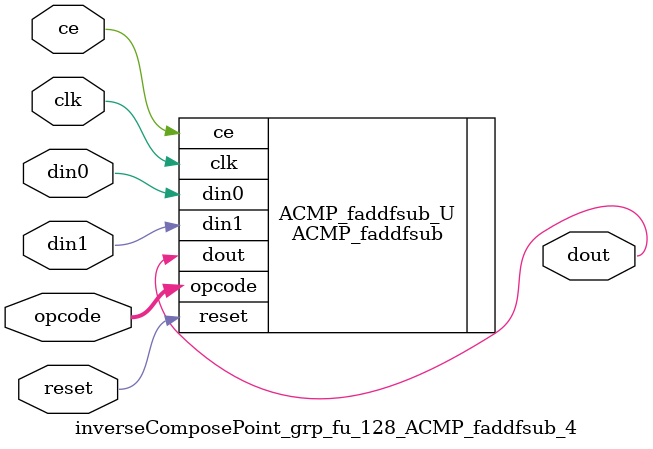
<source format=v>

`timescale 1 ns / 1 ps
module inverseComposePoint_grp_fu_128_ACMP_faddfsub_4(
    clk,
    reset,
    ce,
    din0,
    din1,
    opcode,
    dout);

parameter ID = 32'd1;
parameter NUM_STAGE = 32'd1;
parameter din0_WIDTH = 32'd1;
parameter din1_WIDTH = 32'd1;
parameter dout_WIDTH = 32'd1;
input clk;
input reset;
input ce;
input[din0_WIDTH - 1:0] din0;
input[din1_WIDTH - 1:0] din1;
input[2 - 1:0] opcode;
output[dout_WIDTH - 1:0] dout;



ACMP_faddfsub #(
.ID( ID ),
.NUM_STAGE( 4 ),
.din0_WIDTH( din0_WIDTH ),
.din1_WIDTH( din1_WIDTH ),
.dout_WIDTH( dout_WIDTH ))
ACMP_faddfsub_U(
    .clk( clk ),
    .reset( reset ),
    .ce( ce ),
    .din0( din0 ),
    .din1( din1 ),
    .dout( dout ),
    .opcode( opcode ));

endmodule

</source>
